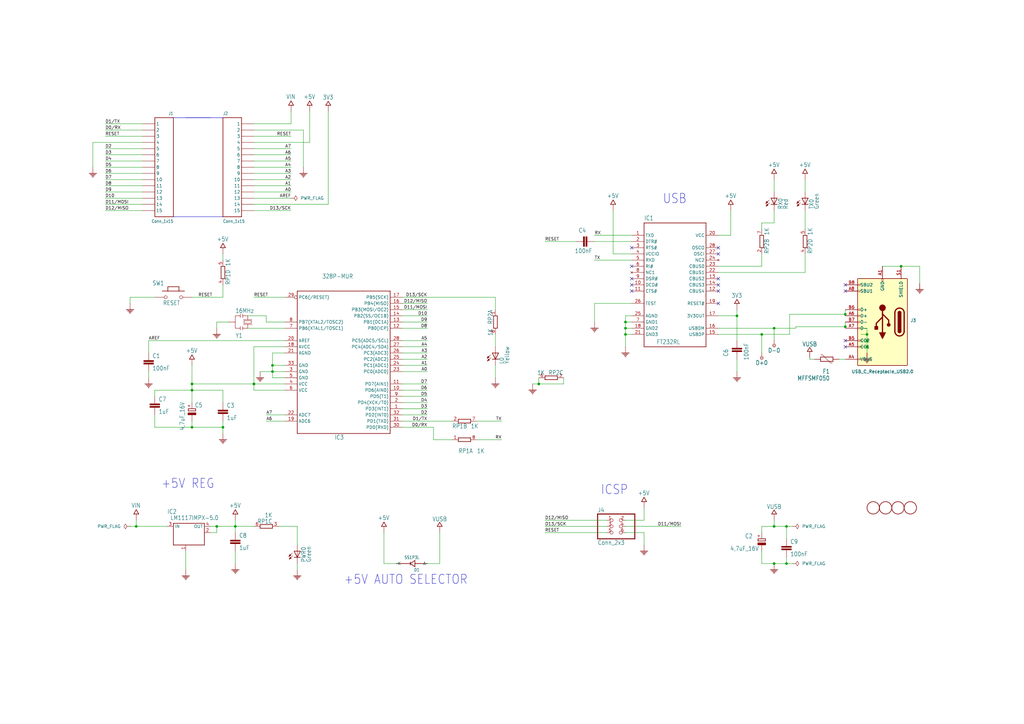
<source format=kicad_sch>
(kicad_sch (version 20220126) (generator eeschema)
  (paper "A3")
  (title_block (title "NanoV3.3") (date "2019/1/23 22:50") (company "Arturo Guadalupi"))
  (lib_symbols
    (symbol "Connector:USB_C_Receptacle_USB2.0" (pin_names (offset 1.016))
      (property "Reference" "J" (at -10.16 19.05 0))
      (property "Value" "USB_C_Receptacle_USB2.0" (at 19.05 19.05 0))
      (symbol "USB_C_Receptacle_USB2.0_1_1"
        (pin passive line (at 0 -22.86 90) (length 5.08) (name "GND") (number "A1"))
        (pin passive line (at 0 -22.86 90) (length 5.08) hide (name "GND") (number "A12"))
        (pin passive line (at 15.24 15.24 180) (length 5.08) (name "VBUS") (number "A4"))
        (pin bidirectional line (at 15.24 10.16 180) (length 5.08) (name "CC1") (number "A5"))
        (pin bidirectional line (at 15.24 -2.54 180) (length 5.08) (name "D+") (number "A6"))
        (pin bidirectional line (at 15.24 2.54 180) (length 5.08) (name "D-") (number "A7"))
        (pin bidirectional line (at 15.24 -12.7 180) (length 5.08) (name "SBU1") (number "A8"))
        (pin passive line (at 15.24 15.24 180) (length 5.08) hide (name "VBUS") (number "A9"))
        (pin passive line (at 0 -22.86 90) (length 5.08) hide (name "GND") (number "B1"))
        (pin passive line (at 0 -22.86 90) (length 5.08) hide (name "GND") (number "B12"))
        (pin passive line (at 15.24 15.24 180) (length 5.08) hide (name "VBUS") (number "B4"))
        (pin bidirectional line (at 15.24 7.62 180) (length 5.08) (name "CC2") (number "B5"))
        (pin bidirectional line (at 15.24 -5.08 180) (length 5.08) (name "D+") (number "B6"))
        (pin bidirectional line (at 15.24 0 180) (length 5.08) (name "D-") (number "B7"))
        (pin bidirectional line (at 15.24 -15.24 180) (length 5.08) (name "SBU2") (number "B8"))
        (pin passive line (at 15.24 15.24 180) (length 5.08) hide (name "VBUS") (number "B9"))
        (pin passive line (at -7.62 -22.86 90) (length 5.08) (name "SHIELD") (number "S1"))
      )
    )
    (symbol "Fiducial_1"
      (symbol "Fiducial_1_1_1"
        (pin no_connect line (at 0 0 180) (length 0) hide (name "") (number "1"))
      )
    )
    (symbol "Fiducial_2"
      (symbol "Fiducial_2_1_1"
        (pin no_connect line (at 0 0 180) (length 0) hide (name "") (number "1"))
      )
    )
    (symbol "Fiducial_3"
      (symbol "Fiducial_3_1_1"
        (pin no_connect line (at 0 0 180) (length 0) hide (name "") (number "1"))
      )
    )
    (symbol "NanoV3.3:+5V" (power)
      (property "Value" "+5V" (at -2.54 2.54 0))
      (symbol "+5V_1_0"
        (pin power_in line (at 0 -2.54 90) (length 2.54) (name "+5V") (number "1"))
      )
    )
    (symbol "NanoV3.3:3V3" (power)
      (property "Value" "3V3" (at -2.286 2.286 0))
      (symbol "3V3_1_0"
        (pin power_in line (at 0 -2.54 90) (length 2.54) (name "3V3") (number "1"))
      )
    )
    (symbol "NanoV3.3:ATmega328P-VQFN"
      (property "Reference" "IC" (at -17.78 -40.64 0))
      (property "Value" "ATmega328P-VQFN" (at -5.08 30.48 0))
      (symbol "ATmega328P-VQFN_1_0"
        (pin bidirectional line (at 25.4 -20.32 180) (length 5.08) (name "PD3(INT1)") (number "1"))
        (pin bidirectional line (at 25.4 -12.7 180) (length 5.08) (name "PD6(AIN0)") (number "10"))
        (pin bidirectional line (at 25.4 -10.16 180) (length 5.08) (name "PD7(AIN1)") (number "11"))
        (pin bidirectional line (at 25.4 12.7 180) (length 5.08) (name "PB0(ICP)") (number "12"))
        (pin bidirectional line (at 25.4 15.24 180) (length 5.08) (name "PB1(OC1A)") (number "13"))
        (pin bidirectional line (at 25.4 17.78 180) (length 5.08) (name "PB2(SS/OC1B)") (number "14"))
        (pin bidirectional line (at 25.4 20.32 180) (length 5.08) (name "PB3(MOSI/OC2)") (number "15"))
        (pin bidirectional line (at 25.4 22.86 180) (length 5.08) (name "PB4(MISO)") (number "16"))
        (pin bidirectional line (at 25.4 25.4 180) (length 5.08) (name "PB5(SCK)") (number "17"))
        (pin power_in line (at -22.86 5.08 0) (length 5.08) (name "AVCC") (number "18"))
        (pin bidirectional line (at -22.86 -25.4 0) (length 5.08) (name "ADC6") (number "19"))
        (pin bidirectional line (at 25.4 -17.78 180) (length 5.08) (name "PD4(XCK/T0)") (number "2"))
        (pin power_in line (at -22.86 7.62 0) (length 5.08) (name "AREF") (number "20"))
        (pin power_in line (at -22.86 2.54 0) (length 5.08) (name "AGND") (number "21"))
        (pin bidirectional line (at -22.86 -22.86 0) (length 5.08) (name "ADC7") (number "22"))
        (pin bidirectional line (at 25.4 -5.08 180) (length 5.08) (name "PC0(ADC0)") (number "23"))
        (pin bidirectional line (at 25.4 -2.54 180) (length 5.08) (name "PC1(ADC1)") (number "24"))
        (pin bidirectional line (at 25.4 0 180) (length 5.08) (name "PC2(ADC2)") (number "25"))
        (pin bidirectional line (at 25.4 2.54 180) (length 5.08) (name "PC3(ADC3)") (number "26"))
        (pin bidirectional line (at 25.4 5.08 180) (length 5.08) (name "PC4(ADC4/SDA)") (number "27"))
        (pin bidirectional line (at 25.4 7.62 180) (length 5.08) (name "PC5(ADC5/SCL)") (number "28"))
        (pin bidirectional inverted (at -22.86 25.4 0) (length 5.08) (name "PC6(/RESET)") (number "29"))
        (pin power_in line (at -22.86 -5.08 0) (length 5.08) (name "GND") (number "3"))
        (pin bidirectional line (at 25.4 -27.94 180) (length 5.08) (name "PD0(RXD)") (number "30"))
        (pin bidirectional line (at 25.4 -25.4 180) (length 5.08) (name "PD1(TXD)") (number "31"))
        (pin bidirectional line (at 25.4 -22.86 180) (length 5.08) (name "PD2(INT0)") (number "32"))
        (pin power_in line (at -22.86 -2.54 0) (length 5.08) (name "GND") (number "33"))
        (pin power_in line (at -22.86 -10.16 0) (length 5.08) (name "VCC") (number "4"))
        (pin power_in line (at -22.86 -7.62 0) (length 5.08) (name "GND") (number "5"))
        (pin power_in line (at -22.86 -12.7 0) (length 5.08) (name "VCC") (number "6"))
        (pin bidirectional line (at -22.86 12.7 0) (length 5.08) (name "PB6(XTAL1/TOSC1)") (number "7"))
        (pin bidirectional line (at -22.86 15.24 0) (length 5.08) (name "PB7(XTAL2/TOSC2)") (number "8"))
        (pin bidirectional line (at 25.4 -15.24 180) (length 5.08) (name "PD5(T1)") (number "9"))
      )
    )
    (symbol "NanoV3.3:Button"
      (property "Reference" "SW" (at -8.636 4.826 0))
      (property "Value" "Button" (at -4.318 -3.302 0))
      (symbol "Button_1_0"
        (pin passive inverted (at -7.62 0 0) (length 5.08) (name "1") (number "1"))
        (pin passive inverted (at 7.62 0 180) (length 5.08) (name "2") (number "2"))
      )
    )
    (symbol "NanoV3.3:C"
      (property "Reference" "C" (at 1.524 0.381 0))
      (property "Value" "C" (at 1.524 -4.699 0))
      (symbol "C_1_0"
        (pin passive line (at 0 2.54 270) (length 2.54) (name "1") (number "1"))
        (pin passive line (at 0 -5.08 90) (length 2.54) (name "2") (number "2"))
      )
    )
    (symbol "NanoV3.3:COM" (power)
      (symbol "COM_1_0"
        (pin power_in line (at 0 2.54 270) (length 2.54) (name "COM") (number "1"))
      )
    )
    (symbol "NanoV3.3:C_Polarized"
      (property "Reference" "C" (at 1.143 0.4826 0))
      (property "Value" "C_Polarized" (at 1.143 -4.5974 0))
      (symbol "C_Polarized_1_0"
        (text "+" (at -0.5842 0.4064 900) (effects (font (size 1.27 1.0795)) (justify left bottom)))
        (pin passive line (at 0 2.54 270) (length 2.54) (name "+") (number "1"))
        (pin passive line (at 0 -5.08 90) (length 2.54) (name "-") (number "2"))
      )
    )
    (symbol "NanoV3.3:Conn_1x15"
      (property "Reference" "J" (at -2.54 21.336 0))
      (property "Value" "Conn_1x15" (at -2.54 -22.86 0))
      (symbol "Conn_1x15_1_0"
        (pin passive line (at 10.16 17.78 180) (length 5.08) (name "1") (number "1"))
        (pin passive line (at 10.16 -5.08 180) (length 5.08) (name "10") (number "10"))
        (pin passive line (at 10.16 -7.62 180) (length 5.08) (name "11") (number "11"))
        (pin passive line (at 10.16 -10.16 180) (length 5.08) (name "12") (number "12"))
        (pin passive line (at 10.16 -12.7 180) (length 5.08) (name "13") (number "13"))
        (pin passive line (at 10.16 -15.24 180) (length 5.08) (name "14") (number "14"))
        (pin passive line (at 10.16 -17.78 180) (length 5.08) (name "15") (number "15"))
        (pin passive line (at 10.16 15.24 180) (length 5.08) (name "2") (number "2"))
        (pin passive line (at 10.16 12.7 180) (length 5.08) (name "3") (number "3"))
        (pin passive line (at 10.16 10.16 180) (length 5.08) (name "4") (number "4"))
        (pin passive line (at 10.16 7.62 180) (length 5.08) (name "5") (number "5"))
        (pin passive line (at 10.16 5.08 180) (length 5.08) (name "6") (number "6"))
        (pin passive line (at 10.16 2.54 180) (length 5.08) (name "7") (number "7"))
        (pin passive line (at 10.16 0 180) (length 5.08) (name "8") (number "8"))
        (pin passive line (at 10.16 -2.54 180) (length 5.08) (name "9") (number "9"))
      )
    )
    (symbol "NanoV3.3:Conn_2x3"
      (property "Reference" "J" (at -6.35 5.715 0))
      (property "Value" "Conn_2x3" (at -6.35 -7.62 0))
      (symbol "Conn_2x3_1_0"
        (pin passive inverted (at -2.54 2.54 0) (length 2.54) (name "1") (number "1"))
        (pin passive inverted (at 5.08 2.54 180) (length 2.54) (name "2") (number "2"))
        (pin passive inverted (at -2.54 0 0) (length 2.54) (name "3") (number "3"))
        (pin passive inverted (at 5.08 0 180) (length 2.54) (name "4") (number "4"))
        (pin passive inverted (at -2.54 -2.54 0) (length 2.54) (name "5") (number "5"))
        (pin passive inverted (at 5.08 -2.54 180) (length 2.54) (name "6") (number "6"))
      )
    )
    (symbol "NanoV3.3:D"
      (property "Reference" "D" (at -1.905 1.905 0))
      (property "Value" "D" (at -1.905 -3.175 0))
      (symbol "D_1_0"
        (pin passive line (at 7.62 0 180) (length 0) (name "K") (number "1"))
        (pin passive line (at -5.08 0 0) (length 0) (name "A") (number "2"))
      )
    )
    (symbol "NanoV3.3:FT232R"
      (property "Reference" "IC" (at -12.7 26.416 0))
      (property "Value" "FT232R" (at -7.62 -24.384 0))
      (symbol "FT232R_1_0"
        (pin output line (at -17.78 20.32 0) (length 5.08) (name "TXD") (number "1"))
        (pin bidirectional line (at -17.78 0 0) (length 5.08) (name "DCD#") (number "10"))
        (pin bidirectional line (at -17.78 -2.54 0) (length 5.08) (name "CTS#") (number "11"))
        (pin bidirectional line (at 17.78 -2.54 180) (length 5.08) (name "CBUS4") (number "12"))
        (pin bidirectional line (at 17.78 2.54 180) (length 5.08) (name "CBUS2") (number "13"))
        (pin bidirectional line (at 17.78 0 180) (length 5.08) (name "CBUS3") (number "14"))
        (pin bidirectional line (at 17.78 -20.32 180) (length 5.08) (name "USBDP") (number "15"))
        (pin bidirectional line (at 17.78 -17.78 180) (length 5.08) (name "USBDM") (number "16"))
        (pin power_out line (at 17.78 -12.7 180) (length 5.08) (name "3V3OUT") (number "17"))
        (pin power_in line (at -17.78 -17.78 0) (length 5.08) (name "GND2") (number "18"))
        (pin bidirectional line (at 17.78 -7.62 180) (length 5.08) (name "RESET#") (number "19"))
        (pin output line (at -17.78 17.78 0) (length 5.08) (name "DTR#") (number "2"))
        (pin power_in line (at 17.78 20.32 180) (length 5.08) (name "VCC") (number "20"))
        (pin power_in line (at -17.78 -20.32 0) (length 5.08) (name "GND3") (number "21"))
        (pin bidirectional line (at 17.78 5.08 180) (length 5.08) (name "CBUS1") (number "22"))
        (pin bidirectional line (at 17.78 7.62 180) (length 5.08) (name "CBUS0") (number "23"))
        (pin no_connect line (at 17.78 10.16 180) (length 5.08) (name "NC2") (number "24"))
        (pin power_in line (at -17.78 -12.7 0) (length 5.08) (name "AGND") (number "25"))
        (pin input line (at -17.78 -7.62 0) (length 5.08) (name "TEST") (number "26"))
        (pin bidirectional line (at 17.78 12.7 180) (length 5.08) (name "OSCI") (number "27"))
        (pin output line (at 17.78 15.24 180) (length 5.08) (name "OSCO") (number "28"))
        (pin output line (at -17.78 15.24 0) (length 5.08) (name "RTS#") (number "3"))
        (pin power_in line (at -17.78 12.7 0) (length 5.08) (name "VCCIO") (number "4"))
        (pin input line (at -17.78 10.16 0) (length 5.08) (name "RXD") (number "5"))
        (pin bidirectional line (at -17.78 7.62 0) (length 5.08) (name "RI#") (number "6"))
        (pin power_in line (at -17.78 -15.24 0) (length 5.08) (name "GND1") (number "7"))
        (pin no_connect line (at -17.78 5.08 0) (length 5.08) (name "NC1") (number "8"))
        (pin bidirectional line (at -17.78 2.54 0) (length 5.08) (name "DSR#") (number "9"))
      )
    )
    (symbol "NanoV3.3:Fiducial"
      (symbol "Fiducial_1_1"
        (pin no_connect line (at 0 0 180) (length 0) hide (name "") (number "1"))
      )
    )
    (symbol "NanoV3.3:LED"
      (property "Reference" "LED" (at 3.556 -4.572 90))
      (property "Value" "LED" (at 5.715 -4.572 90))
      (symbol "LED_1_0"
        (pin passive line (at 0 2.54 270) (length 2.54) (name "") (number "1"))
        (pin passive line (at 0 -5.08 90) (length 2.54) (name "") (number "2"))
      )
    )
    (symbol "NanoV3.3:LM1117"
      (property "Reference" "IC" (at -5.08 7.62 0))
      (property "Value" "LM1117" (at 3.81 -5.08 0))
      (symbol "LM1117_1_0"
        (pin input line (at 0 -5.08 90) (length 2.54) (name "GND/ADJ") (number "1"))
        (pin passive line (at 10.16 2.54 180) (length 2.54) (name "") (number "2"))
        (pin power_in line (at -7.62 5.08 0) (length 2.54) (name "IN") (number "3"))
        (pin power_out line (at 10.16 5.08 180) (length 2.54) (name "OUT") (number "4"))
      )
    )
    (symbol "NanoV3.3:Polyfuse"
      (property "Reference" "F" (at 2.54 0.2286 0))
      (property "Value" "Polyfuse" (at 2.54 -1.905 0))
      (symbol "Polyfuse_1_0"
        (pin passive line (at 0 -5.08 90) (length 2.54) (name "1") (number "1"))
        (pin passive line (at 0 5.08 270) (length 2.54) (name "2") (number "2"))
      )
    )
    (symbol "NanoV3.3:R_Pack4_Split"
      (property "Reference" "RP" (at -5.08 -3.048 0))
      (property "Value" "R_Pack4_Split" (at 2.54 -3.048 0))
      (symbol "R_Pack4_Split_1_0"
        (pin passive line (at -5.08 0 0) (length 2.54) (name "1") (number "1"))
        (pin passive line (at 5.08 0 180) (length 2.54) (name "2") (number "8"))
      )
      (symbol "R_Pack4_Split_2_0"
        (pin passive line (at -5.08 0 0) (length 2.54) (name "1") (number "2"))
        (pin passive line (at 5.08 0 180) (length 2.54) (name "2") (number "7"))
      )
      (symbol "R_Pack4_Split_3_0"
        (pin passive line (at -5.08 0 0) (length 2.54) (name "1") (number "3"))
        (pin passive line (at 5.08 0 180) (length 2.54) (name "2") (number "6"))
      )
      (symbol "R_Pack4_Split_4_0"
        (pin passive line (at -5.08 0 0) (length 2.54) (name "1") (number "4"))
        (pin passive line (at 5.08 0 180) (length 2.54) (name "2") (number "5"))
      )
    )
    (symbol "NanoV3.3:Resonator"
      (property "Reference" "Y" (at -5.08 4.572 0))
      (property "Value" "Resonator" (at -5.08 -5.588 0))
      (symbol "Resonator_1_0"
        (pin passive line (at 0 2.54 180) (length 0) (name "1") (number "1"))
        (pin passive line (at -7.62 0 0) (length 0) (name "2") (number "2"))
        (pin passive line (at 0 -2.54 180) (length 0) (name "3") (number "3"))
      )
    )
    (symbol "NanoV3.3:TestPoint"
      (property "Reference" "TP" (at 0 0.508 0))
      (symbol "TestPoint_1_0"
        (pin passive line (at 0 -2.54 90) (length 0) (name "P$1") (number "X"))
      )
    )
    (symbol "NanoV3.3:VIN" (power)
      (property "Value" "VIN" (at -2.032 2.54 0))
      (symbol "VIN_1_0"
        (pin power_in line (at 0 -2.54 90) (length 2.54) (name "VIN") (number "1"))
      )
    )
    (symbol "NanoV3.3:VUSB" (power)
      (property "Value" "VUSB" (at -3.048 2.032 0))
      (symbol "VUSB_1_0"
        (pin power_in line (at 0 -2.54 90) (length 2.54) (name "VUSB") (number "1"))
      )
    )
    (symbol "power:PWR_FLAG" (power) (pin_numbers hide) (pin_names (offset 0) hide)
      (property "Value" "PWR_FLAG" (at 0 3.81 0))
      (symbol "PWR_FLAG_0_0"
        (pin power_out line (at 0 0 90) (length 0) (name "pwr") (number "1"))
      )
    )
  )
  (junction (at 256.54 132.08))
  (junction (at 111.76 149.86))
  (junction (at 111.76 152.4))
  (junction (at 78.74 160.02))
  (junction (at 317.5 215.9))
  (junction (at 355.6 139.7))
  (junction (at 91.44 175.26))
  (junction (at 322.58 215.9))
  (junction (at 78.74 175.26))
  (junction (at 317.5 231.14))
  (junction (at 256.54 134.62))
  (junction (at 96.52 215.9))
  (junction (at 369.57 109.22))
  (junction (at 88.9 215.9))
  (junction (at 302.26 129.54))
  (junction (at 346.71 133.985))
  (junction (at 312.42 137.16))
  (junction (at 104.14 157.48))
  (junction (at 346.71 128.905))
  (junction (at 317.5 134.62))
  (junction (at 220.98 157.48))
  (junction (at 256.54 137.16))
  (junction (at 78.74 157.48))
  (junction (at 322.58 231.14))
  (junction (at 355.6 137.16))
  (junction (at 355.6 142.24))
  (junction (at 55.88 215.9))
  (no_connect (at 259.08 119.38))
  (no_connect (at 259.08 116.84))
  (no_connect (at 259.08 114.3))
  (no_connect (at 294.64 124.46))
  (no_connect (at 294.64 116.84))
  (no_connect (at 294.64 101.6))
  (no_connect (at 294.64 114.3))
  (no_connect (at 294.64 104.14))
  (no_connect (at 294.64 119.38))
  (no_connect (at 259.08 101.6))
  (no_connect (at 259.08 109.22))
  (no_connect (at 346.71 116.84))
  (no_connect (at 346.71 119.38))
  (no_connect (at 346.71 139.7))
  (no_connect (at 346.71 142.24))
  (wire (pts (xy 78.74 165.1) (xy 78.74 160.02)))
  (wire (pts (xy 121.92 233.68) (xy 121.92 231.14)))
  (wire (pts (xy 55.88 215.9) (xy 68.58 215.9)))
  (wire (pts (xy 312.42 231.14) (xy 317.5 231.14)))
  (wire (pts (xy 116.84 144.78) (xy 111.76 144.78)))
  (wire (pts (xy 256.54 129.54) (xy 256.54 132.08)))
  (wire (pts (xy 43.18 63.5) (xy 58.42 63.5)))
  (wire (pts (xy 330.2 93.98) (xy 330.2 86.36)))
  (wire (pts (xy 353.06 137.16) (xy 355.6 137.16)))
  (wire (pts (xy 104.14 86.36) (xy 119.38 86.36)))
  (wire (pts (xy 317.5 139.7) (xy 317.5 134.62)))
  (wire (pts (xy 104.14 50.8) (xy 119.38 50.8)))
  (wire (pts (xy 91.44 106.68) (xy 91.44 104.14)))
  (wire (pts (xy 177.8 180.34) (xy 185.42 180.34)))
  (wire (pts (xy 124.46 53.34) (xy 124.46 68.58)))
  (wire (pts (xy 78.74 160.02) (xy 78.74 157.48)))
  (wire (pts (xy 116.84 172.72) (xy 109.22 172.72)))
  (wire (pts (xy 165.1 132.08) (xy 175.26 132.08)))
  (wire (pts (xy 58.42 73.66) (xy 43.18 73.66)))
  (wire (pts (xy 104.14 71.12) (xy 119.38 71.12)))
  (wire (pts (xy 165.1 160.02) (xy 175.26 160.02)))
  (wire (pts (xy 346.71 127) (xy 346.71 128.905)))
  (wire (pts (xy 330.2 78.74) (xy 330.2 73.66)))
  (wire (pts (xy 78.74 157.48) (xy 78.74 149.86)))
  (wire (pts (xy 63.5 160.02) (xy 63.5 162.56)))
  (wire (pts (xy 116.84 157.48) (xy 104.14 157.48)))
  (wire (pts (xy 259.08 137.16) (xy 256.54 137.16)))
  (wire (pts (xy 109.22 129.54) (xy 101.6 129.54)))
  (wire (pts (xy 43.18 50.8) (xy 58.42 50.8)))
  (wire (pts (xy 312.42 144.78) (xy 312.42 137.16)))
  (wire (pts (xy 104.14 60.96) (xy 119.38 60.96)))
  (wire (pts (xy 165.1 142.24) (xy 175.26 142.24)))
  (wire (pts (xy 111.76 149.86) (xy 116.84 149.86)))
  (wire (pts (xy 96.52 218.44) (xy 96.52 215.9)))
  (wire (pts (xy 119.38 73.66) (xy 104.14 73.66)))
  (wire (pts (xy 355.6 139.7) (xy 355.6 142.24)))
  (wire (pts (xy 165.1 129.54) (xy 175.26 129.54)))
  (wire (pts (xy 104.14 81.28) (xy 119.38 81.28)))
  (wire (pts (xy 302.26 139.7) (xy 302.26 129.54)))
  (wire (pts (xy 104.14 142.24) (xy 104.14 157.48)))
  (wire (pts (xy 104.14 157.48) (xy 78.74 157.48)))
  (wire (pts (xy 165.1 152.4) (xy 175.26 152.4)))
  (polyline (pts (xy 76.2 48.26) (xy 86.36 48.26)))
  (polyline (pts (xy 86.36 48.26) (xy 76.2 48.26)))
  (wire (pts (xy 317.5 215.9) (xy 322.58 215.9)))
  (wire (pts (xy 369.57 109.22) (xy 377.19 109.22)))
  (wire (pts (xy 251.46 104.14) (xy 251.46 86.36)))
  (wire (pts (xy 116.84 160.02) (xy 104.14 160.02)))
  (wire (pts (xy 53.34 121.92) (xy 53.34 124.46)))
  (wire (pts (xy 111.76 149.86) (xy 111.76 152.4)))
  (wire (pts (xy 116.84 121.92) (xy 104.14 121.92)))
  (wire (pts (xy 104.14 55.88) (xy 119.38 55.88)))
  (wire (pts (xy 55.88 213.36) (xy 55.88 215.9)))
  (wire (pts (xy 256.54 134.62) (xy 256.54 137.16)))
  (wire (pts (xy 165.1 149.86) (xy 175.26 149.86)))
  (wire (pts (xy 60.96 139.7) (xy 60.96 144.78)))
  (wire (pts (xy 127 58.42) (xy 127 45.72)))
  (wire (pts (xy 203.2 137.16) (xy 203.2 142.24)))
  (wire (pts (xy 203.2 127) (xy 203.2 121.92)))
  (wire (pts (xy 43.18 76.2) (xy 58.42 76.2)))
  (wire (pts (xy 91.44 175.26) (xy 91.44 177.8)))
  (wire (pts (xy 93.98 132.08) (xy 88.9 132.08)))
  (wire (pts (xy 344.17 147.32) (xy 346.71 147.32)))
  (wire (pts (xy 116.84 170.18) (xy 109.22 170.18)))
  (wire (pts (xy 294.64 111.76) (xy 330.2 111.76)))
  (wire (pts (xy 312.42 218.44) (xy 312.42 215.9)))
  (wire (pts (xy 294.64 137.16) (xy 312.42 137.16)))
  (wire (pts (xy 223.52 213.36) (xy 248.92 213.36)))
  (wire (pts (xy 111.76 152.4) (xy 116.84 152.4)))
  (wire (pts (xy 157.48 231.14) (xy 157.48 218.44)))
  (wire (pts (xy 165.1 147.32) (xy 175.26 147.32)))
  (wire (pts (xy 264.16 218.44) (xy 264.16 223.52)))
  (wire (pts (xy 317.5 134.62) (xy 326.39 134.62)))
  (wire (pts (xy 312.42 91.44) (xy 317.5 91.44)))
  (wire (pts (xy 165.1 127) (xy 175.26 127)))
  (wire (pts (xy 259.08 129.54) (xy 256.54 129.54)))
  (wire (pts (xy 243.84 124.46) (xy 243.84 132.08)))
  (wire (pts (xy 91.44 172.72) (xy 91.44 175.26)))
  (wire (pts (xy 218.44 157.48) (xy 220.98 157.48)))
  (wire (pts (xy 180.34 231.14) (xy 175.26 231.14)))
  (wire (pts (xy 116.84 142.24) (xy 104.14 142.24)))
  (wire (pts (xy 111.76 154.94) (xy 111.76 152.4)))
  (wire (pts (xy 104.14 215.9) (xy 96.52 215.9)))
  (wire (pts (xy 43.18 68.58) (xy 58.42 68.58)))
  (wire (pts (xy 165.1 170.18) (xy 175.26 170.18)))
  (wire (pts (xy 165.1 162.56) (xy 175.26 162.56)))
  (wire (pts (xy 353.06 142.24) (xy 355.6 142.24)))
  (wire (pts (xy 76.2 233.68) (xy 76.2 226.06)))
  (wire (pts (xy 43.18 66.04) (xy 58.42 66.04)))
  (wire (pts (xy 43.18 60.96) (xy 58.42 60.96)))
  (wire (pts (xy 91.44 165.1) (xy 91.44 160.02)))
  (wire (pts (xy 332.105 146.685) (xy 332.105 147.32)))
  (wire (pts (xy 53.34 215.9) (xy 55.88 215.9)))
  (wire (pts (xy 355.6 134.62) (xy 355.6 137.16)))
  (wire (pts (xy 157.48 231.14) (xy 162.56 231.14)))
  (wire (pts (xy 317.5 78.74) (xy 317.5 73.66)))
  (polyline (pts (xy 71.12 48.26) (xy 76.2 48.26)))
  (wire (pts (xy 43.18 81.28) (xy 58.42 81.28)))
  (wire (pts (xy 259.08 124.46) (xy 243.84 124.46)))
  (wire (pts (xy 104.14 66.04) (xy 119.38 66.04)))
  (wire (pts (xy 96.52 215.9) (xy 96.52 213.36)))
  (wire (pts (xy 332.105 147.32) (xy 334.01 147.32)))
  (wire (pts (xy 119.38 50.8) (xy 119.38 45.72)))
  (wire (pts (xy 220.98 157.48) (xy 231.14 157.48)))
  (wire (pts (xy 346.71 128.905) (xy 323.85 128.905)))
  (wire (pts (xy 86.36 218.44) (xy 88.9 218.44)))
  (wire (pts (xy 346.71 128.905) (xy 346.71 129.54)))
  (wire (pts (xy 377.19 109.22) (xy 377.19 116.205)))
  (wire (pts (xy 259.08 104.14) (xy 251.46 104.14)))
  (wire (pts (xy 355.6 142.24) (xy 355.6 144.78)))
  (wire (pts (xy 165.1 175.26) (xy 177.8 175.26)))
  (wire (pts (xy 43.18 71.12) (xy 58.42 71.12)))
  (wire (pts (xy 256.54 218.44) (xy 264.16 218.44)))
  (wire (pts (xy 78.74 160.02) (xy 63.5 160.02)))
  (wire (pts (xy 322.58 231.14) (xy 317.5 231.14)))
  (wire (pts (xy 323.85 128.905) (xy 323.85 137.16)))
  (wire (pts (xy 165.1 121.92) (xy 203.2 121.92)))
  (wire (pts (xy 322.58 228.6) (xy 322.58 231.14)))
  (wire (pts (xy 243.84 96.52) (xy 259.08 96.52)))
  (wire (pts (xy 259.08 132.08) (xy 256.54 132.08)))
  (wire (pts (xy 294.64 109.22) (xy 312.42 109.22)))
  (wire (pts (xy 243.84 106.68) (xy 259.08 106.68)))
  (wire (pts (xy 91.44 160.02) (xy 78.74 160.02)))
  (wire (pts (xy 38.1 58.42) (xy 38.1 68.58)))
  (wire (pts (xy 104.14 78.74) (xy 119.38 78.74)))
  (wire (pts (xy 256.54 213.36) (xy 264.16 213.36)))
  (wire (pts (xy 317.5 213.36) (xy 317.5 215.9)))
  (wire (pts (xy 312.42 93.98) (xy 312.42 91.44)))
  (wire (pts (xy 78.74 121.92) (xy 91.44 121.92)))
  (wire (pts (xy 203.2 149.86) (xy 203.2 154.94)))
  (wire (pts (xy 165.1 165.1) (xy 175.26 165.1)))
  (wire (pts (xy 355.6 137.16) (xy 355.6 139.7)))
  (wire (pts (xy 111.76 152.4) (xy 106.68 152.4)))
  (wire (pts (xy 104.14 53.34) (xy 124.46 53.34)))
  (wire (pts (xy 43.18 55.88) (xy 58.42 55.88)))
  (wire (pts (xy 165.1 144.78) (xy 175.26 144.78)))
  (wire (pts (xy 312.42 226.06) (xy 312.42 231.14)))
  (wire (pts (xy 312.42 215.9) (xy 317.5 215.9)))
  (wire (pts (xy 330.2 111.76) (xy 330.2 104.14)))
  (wire (pts (xy 165.1 124.46) (xy 175.26 124.46)))
  (wire (pts (xy 279.4 215.9) (xy 256.54 215.9)))
  (wire (pts (xy 361.95 109.22) (xy 369.57 109.22)))
  (wire (pts (xy 63.5 121.92) (xy 53.34 121.92)))
  (wire (pts (xy 114.3 215.9) (xy 121.92 215.9)))
  (wire (pts (xy 312.42 104.14) (xy 312.42 109.22)))
  (wire (pts (xy 43.18 86.36) (xy 58.42 86.36)))
  (wire (pts (xy 88.9 215.9) (xy 86.36 215.9)))
  (wire (pts (xy 109.22 132.08) (xy 109.22 129.54)))
  (wire (pts (xy 111.76 144.78) (xy 111.76 149.86)))
  (wire (pts (xy 165.1 134.62) (xy 175.26 134.62)))
  (wire (pts (xy 63.5 175.26) (xy 63.5 170.18)))
  (wire (pts (xy 165.1 167.64) (xy 175.26 167.64)))
  (wire (pts (xy 259.08 134.62) (xy 256.54 134.62)))
  (wire (pts (xy 88.9 215.9) (xy 96.52 215.9)))
  (wire (pts (xy 294.64 96.52) (xy 299.72 96.52)))
  (wire (pts (xy 346.71 133.985) (xy 346.71 134.62)))
  (wire (pts (xy 256.54 137.16) (xy 256.54 142.24)))
  (wire (pts (xy 104.14 68.58) (xy 119.38 68.58)))
  (wire (pts (xy 116.84 154.94) (xy 111.76 154.94)))
  (wire (pts (xy 195.58 172.72) (xy 205.74 172.72)))
  (wire (pts (xy 312.42 137.16) (xy 323.85 137.16)))
  (wire (pts (xy 299.72 96.52) (xy 299.72 86.36)))
  (wire (pts (xy 223.52 215.9) (xy 248.92 215.9)))
  (wire (pts (xy 180.34 218.44) (xy 180.34 231.14)))
  (wire (pts (xy 294.64 134.62) (xy 317.5 134.62)))
  (wire (pts (xy 38.1 58.42) (xy 58.42 58.42)))
  (wire (pts (xy 78.74 175.26) (xy 91.44 175.26)))
  (wire (pts (xy 177.8 175.26) (xy 177.8 180.34)))
  (wire (pts (xy 43.18 78.74) (xy 58.42 78.74)))
  (wire (pts (xy 346.71 132.08) (xy 346.71 133.985)))
  (wire (pts (xy 104.14 58.42) (xy 127 58.42)))
  (wire (pts (xy 78.74 172.72) (xy 78.74 175.26)))
  (wire (pts (xy 165.1 157.48) (xy 175.26 157.48)))
  (wire (pts (xy 43.18 53.34) (xy 58.42 53.34)))
  (wire (pts (xy 302.26 129.54) (xy 302.26 127)))
  (wire (pts (xy 220.98 154.94) (xy 220.98 157.48)))
  (wire (pts (xy 322.58 215.9) (xy 325.12 215.9)))
  (wire (pts (xy 256.54 132.08) (xy 256.54 134.62)))
  (wire (pts (xy 346.71 133.985) (xy 326.39 133.985)))
  (wire (pts (xy 43.18 83.82) (xy 58.42 83.82)))
  (wire (pts (xy 223.52 99.06) (xy 236.22 99.06)))
  (wire (pts (xy 243.84 99.06) (xy 259.08 99.06)))
  (wire (pts (xy 326.39 133.985) (xy 326.39 134.62)))
  (wire (pts (xy 302.26 147.32) (xy 302.26 152.4)))
  (wire (pts (xy 96.52 231.14) (xy 96.52 226.06)))
  (wire (pts (xy 322.58 231.14) (xy 325.12 231.14)))
  (wire (pts (xy 104.14 76.2) (xy 119.38 76.2)))
  (wire (pts (xy 104.14 160.02) (xy 104.14 157.48)))
  (wire (pts (xy 223.52 218.44) (xy 248.92 218.44)))
  (wire (pts (xy 104.14 83.82) (xy 134.62 83.82)))
  (wire (pts (xy 231.14 157.48) (xy 231.14 154.94)))
  (wire (pts (xy 88.9 132.08) (xy 88.9 134.62)))
  (wire (pts (xy 165.1 139.7) (xy 175.26 139.7)))
  (polyline (pts (xy 86.36 48.26) (xy 91.44 48.26)))
  (wire (pts (xy 134.62 83.82) (xy 134.62 45.72)))
  (polyline (pts (xy 71.12 88.9) (xy 91.44 88.9)))
  (wire (pts (xy 116.84 132.08) (xy 109.22 132.08)))
  (wire (pts (xy 88.9 218.44) (xy 88.9 215.9)))
  (wire (pts (xy 195.58 180.34) (xy 205.74 180.34)))
  (wire (pts (xy 353.06 139.7) (xy 355.6 139.7)))
  (wire (pts (xy 353.06 134.62) (xy 355.6 134.62)))
  (wire (pts (xy 104.14 63.5) (xy 119.38 63.5)))
  (wire (pts (xy 294.64 129.54) (xy 302.26 129.54)))
  (wire (pts (xy 91.44 116.84) (xy 91.44 121.92)))
  (wire (pts (xy 165.1 172.72) (xy 185.42 172.72)))
  (wire (pts (xy 322.58 215.9) (xy 322.58 220.98)))
  (wire (pts (xy 116.84 139.7) (xy 60.96 139.7)))
  (wire (pts (xy 121.92 215.9) (xy 121.92 223.52)))
  (wire (pts (xy 78.74 175.26) (xy 63.5 175.26)))
  (wire (pts (xy 264.16 213.36) (xy 264.16 208.28)))
  (wire (pts (xy 60.96 152.4) (xy 60.96 154.94)))
  (wire (pts (xy 101.6 134.62) (xy 116.84 134.62)))
  (wire (pts (xy 317.5 91.44) (xy 317.5 86.36)))
  (text "+5V REG" (at 66.04 200.66 0) (effects (font (size 3.81 3.2385)) (justify left bottom)))
  (text "+5V AUTO SELECTOR" (at 140.97 240.03 0) (effects (font (size 3.81 3.2385)) (justify left bottom)))
  (text "ICSP" (at 246.38 203.2 0) (effects (font (size 3.81 3.2385)) (justify left bottom)))
  (text "USB" (at 271.78 83.82 0) (effects (font (size 3.81 3.2385)) (justify left bottom)))
  (label "D2" (at 175.26 170.18 0) (effects (font (size 1.2446 1.2446))))
  (label "D8" (at 43.18 76.2 0) (effects (font (size 1.2446 1.2446))))
  (label "D4" (at 175.26 165.1 0) (effects (font (size 1.2446 1.2446))))
  (label "RESET" (at 81.28 121.92 0) (effects (font (size 1.2446 1.2446))))
  (label "D1/TX" (at 43.18 50.8 0) (effects (font (size 1.2446 1.2446))))
  (label "A2" (at 175.26 147.32 0) (effects (font (size 1.2446 1.2446))))
  (label "RESET" (at 223.52 99.06 0) (effects (font (size 1.2446 1.2446))))
  (label "A5" (at 175.26 139.7 0) (effects (font (size 1.2446 1.2446))))
  (label "TX" (at 243.84 106.68 0) (effects (font (size 1.2446 1.2446))))
  (label "RESET" (at 223.52 218.44 0) (effects (font (size 1.2446 1.2446))))
  (label "A4" (at 119.38 68.58 0) (effects (font (size 1.2446 1.2446))))
  (label "D7" (at 175.26 157.48 0) (effects (font (size 1.2446 1.2446))))
  (label "D4" (at 43.18 66.04 0) (effects (font (size 1.2446 1.2446))))
  (label "RESET" (at 119.38 55.88 0) (effects (font (size 1.2446 1.2446))))
  (label "A1" (at 119.38 76.2 0) (effects (font (size 1.2446 1.2446))))
  (label "D5" (at 43.18 68.58 0) (effects (font (size 1.2446 1.2446))))
  (label "D11/MOSI" (at 279.4 215.9 0) (effects (font (size 1.2446 1.2446))))
  (label "D12/MISO" (at 223.52 213.36 0) (effects (font (size 1.2446 1.2446))))
  (label "A3" (at 119.38 71.12 0) (effects (font (size 1.2446 1.2446))))
  (label "RESET" (at 43.18 55.88 0) (effects (font (size 1.2446 1.2446))))
  (label "A6" (at 119.38 63.5 0) (effects (font (size 1.2446 1.2446))))
  (label "TX" (at 205.74 172.72 0) (effects (font (size 1.2446 1.2446))))
  (label "RESET" (at 104.14 121.92 0) (effects (font (size 1.2446 1.2446))))
  (label "A5" (at 119.38 66.04 0) (effects (font (size 1.2446 1.2446))))
  (label "D10" (at 43.18 81.28 0) (effects (font (size 1.2446 1.2446))))
  (label "D13/SCK" (at 175.26 121.92 0) (effects (font (size 1.2446 1.2446))))
  (label "RX" (at 243.84 96.52 0) (effects (font (size 1.2446 1.2446))))
  (label "A0" (at 119.38 78.74 0) (effects (font (size 1.2446 1.2446))))
  (label "D5" (at 175.26 162.56 0) (effects (font (size 1.2446 1.2446))))
  (label "D12/MISO" (at 43.18 86.36 0) (effects (font (size 1.2446 1.2446))))
  (label "D9" (at 43.18 78.74 0) (effects (font (size 1.2446 1.2446))))
  (label "D8" (at 175.26 134.62 0) (effects (font (size 1.2446 1.2446))))
  (label "D0/RX" (at 43.18 53.34 0) (effects (font (size 1.2446 1.2446))))
  (label "D3" (at 43.18 63.5 0) (effects (font (size 1.2446 1.2446))))
  (label "A6" (at 109.22 172.72 0) (effects (font (size 1.2446 1.2446))))
  (label "D6" (at 43.18 71.12 0) (effects (font (size 1.2446 1.2446))))
  (label "AREF" (at 119.38 81.28 0) (effects (font (size 1.2446 1.2446))))
  (label "D2" (at 43.18 60.96 0) (effects (font (size 1.2446 1.2446))))
  (label "D1/TX" (at 175.26 172.72 0) (effects (font (size 1.2446 1.2446))))
  (label "A4" (at 175.26 142.24 0) (effects (font (size 1.2446 1.2446))))
  (label "AREF" (at 60.96 139.7 0) (effects (font (size 1.2446 1.2446))))
  (label "A2" (at 119.38 73.66 0) (effects (font (size 1.2446 1.2446))))
  (label "D11/MOSI" (at 43.18 83.82 0) (effects (font (size 1.2446 1.2446))))
  (label "A3" (at 175.26 144.78 0) (effects (font (size 1.2446 1.2446))))
  (label "A0" (at 175.26 152.4 0) (effects (font (size 1.2446 1.2446))))
  (label "D3" (at 175.26 167.64 0) (effects (font (size 1.2446 1.2446))))
  (label "A1" (at 175.26 149.86 0) (effects (font (size 1.2446 1.2446))))
  (label "D7" (at 43.18 73.66 0) (effects (font (size 1.2446 1.2446))))
  (label "A7" (at 109.22 170.18 0) (effects (font (size 1.2446 1.2446))))
  (label "D13/SCK" (at 119.38 86.36 0) (effects (font (size 1.2446 1.2446))))
  (label "D9" (at 175.26 132.08 0) (effects (font (size 1.2446 1.2446))))
  (label "A7" (at 119.38 60.96 0) (effects (font (size 1.2446 1.2446))))
  (label "D10" (at 175.26 129.54 0) (effects (font (size 1.2446 1.2446))))
  (label "D11/MOSI" (at 175.26 127 0) (effects (font (size 1.2446 1.2446))))
  (label "D0/RX" (at 175.26 175.26 0) (effects (font (size 1.2446 1.2446))))
  (label "D13/SCK" (at 223.52 215.9 0) (effects (font (size 1.2446 1.2446))))
  (label "D6" (at 175.26 160.02 0) (effects (font (size 1.2446 1.2446))))
  (label "RX" (at 205.74 180.34 0) (effects (font (size 1.2446 1.2446))))
  (label "D12/MISO" (at 175.26 124.46 0) (effects (font (size 1.2446 1.2446))))
  (symbol (lib_id "NanoV3.3:Button") (at 71.12 121.92 0) (unit 1)
    (property "Reference" "SW1" (at 62.484 117.094 0) (effects (font (size 1.778 1.5113)) (justify left bottom)))
    (property "Value" "RESET" (at 66.802 125.222 0) (effects (font (size 1.778 1.5113)) (justify left bottom)))
    (property "Footprint" "NanoV3.3:SW_SPST_3.9x2.9mm" (effects hide))
  )
  (symbol (lib_id "NanoV3.3:R_Pack4_Split") (at 330.2 99.06 90) (unit 4)
    (property "Reference" "RP2" (at 333.248 104.14 0) (effects (font (size 1.778 1.5113)) (justify left bottom)))
    (property "Value" "1K" (at 333.248 96.52 0) (effects (font (size 1.778 1.5113)) (justify left bottom)))
    (property "Footprint" "NanoV3.3:R_CAY16-4" (effects hide))
  )
  (symbol (lib_name "Fiducial_3") (lib_id "NanoV3.3:Fiducial") (at 363.22 208.28 0) (unit 1)
    (property "Reference" "FD2" (effects hide))
    (property "Value" "DNP" (effects hide))
    (property "Footprint" "NanoV3.3:Fiducial_1mm_Mask1.5mm" (effects hide))
  )
  (symbol (lib_id "power:PWR_FLAG") (at 119.38 81.28 270) (unit 1)
    (property "Reference" "#FLG0103" (effects hide))
    (property "Value" "PWR_FLAG" (at 123.19 81.2799 90) (effects (justify left)))
  )
  (symbol (lib_id "NanoV3.3:COM") (at 60.96 157.48 0) (unit 1)
    (property "Reference" "#PWR04" (effects hide))
    (property "Value" "COM" (effects hide))
    (property "Footprint" "NanoV3.3:" (effects hide))
  )
  (symbol (lib_id "NanoV3.3:VUSB") (at 332.105 144.145 0) (unit 1)
    (property "Reference" "#U$01" (effects hide))
    (property "Value" "VUSB" (at 329.057 142.113 0) (effects (font (size 1.778 1.5113)) (justify left bottom)))
    (property "Footprint" "NanoV3.3:" (effects hide))
  )
  (symbol (lib_id "NanoV3.3:COM") (at 121.92 236.22 0) (unit 1)
    (property "Reference" "#PWR014" (effects hide))
    (property "Value" "COM" (effects hide))
    (property "Footprint" "NanoV3.3:" (effects hide))
  )
  (symbol (lib_id "NanoV3.3:+5V") (at 78.74 147.32 0) (unit 1)
    (property "Reference" "#PWR06" (effects hide))
    (property "Value" "+5V" (at 76.2 144.78 0) (effects (font (size 1.778 1.5113)) (justify left bottom)))
    (property "Footprint" "NanoV3.3:" (effects hide))
  )
  (symbol (lib_id "NanoV3.3:VIN") (at 55.88 210.82 0) (unit 1)
    (property "Reference" "#PWR03" (effects hide))
    (property "Value" "VIN" (at 53.848 208.28 0) (effects (font (size 1.778 1.5113)) (justify left bottom)))
    (property "Footprint" "NanoV3.3:" (effects hide))
  )
  (symbol (lib_id "NanoV3.3:+5V") (at 251.46 83.82 0) (unit 1)
    (property "Reference" "#PWR022" (effects hide))
    (property "Value" "+5V" (at 248.92 81.28 0) (effects (font (size 1.778 1.5113)) (justify left bottom)))
    (property "Footprint" "NanoV3.3:" (effects hide))
  )
  (symbol (lib_id "NanoV3.3:COM") (at 124.46 71.12 0) (unit 1)
    (property "Reference" "#PWR015" (effects hide))
    (property "Value" "COM" (effects hide))
    (property "Footprint" "NanoV3.3:" (effects hide))
  )
  (symbol (lib_id "NanoV3.3:COM") (at 317.5 233.68 0) (unit 1)
    (property "Reference" "#PWR030" (effects hide))
    (property "Value" "COM" (effects hide))
    (property "Footprint" "NanoV3.3:" (effects hide))
  )
  (symbol (lib_id "NanoV3.3:COM") (at 96.52 233.68 0) (unit 1)
    (property "Reference" "#PWR011" (effects hide))
    (property "Value" "COM" (effects hide))
    (property "Footprint" "NanoV3.3:" (effects hide))
  )
  (symbol (lib_id "NanoV3.3:+5V") (at 330.2 71.12 0) (unit 1)
    (property "Reference" "#PWR032" (effects hide))
    (property "Value" "+5V" (at 327.66 68.58 0) (effects (font (size 1.778 1.5113)) (justify left bottom)))
    (property "Footprint" "NanoV3.3:" (effects hide))
  )
  (symbol (lib_id "NanoV3.3:VUSB") (at 317.5 210.82 0) (unit 1)
    (property "Reference" "#U$023" (effects hide))
    (property "Value" "VUSB" (at 314.452 208.788 0) (effects (font (size 1.778 1.5113)) (justify left bottom)))
    (property "Footprint" "NanoV3.3:" (effects hide))
  )
  (symbol (lib_id "NanoV3.3:COM") (at 302.26 154.94 0) (unit 1)
    (property "Reference" "#PWR028" (effects hide))
    (property "Value" "COM" (effects hide))
    (property "Footprint" "NanoV3.3:" (effects hide))
  )
  (symbol (lib_id "NanoV3.3:VIN") (at 119.38 43.18 0) (unit 1)
    (property "Reference" "#PWR013" (effects hide))
    (property "Value" "VIN" (at 117.348 40.64 0) (effects (font (size 1.778 1.5113)) (justify left bottom)))
    (property "Footprint" "NanoV3.3:" (effects hide))
  )
  (symbol (lib_id "NanoV3.3:COM") (at 264.16 226.06 0) (unit 1)
    (property "Reference" "#PWR025" (effects hide))
    (property "Value" "COM" (effects hide))
    (property "Footprint" "NanoV3.3:" (effects hide))
  )
  (symbol (lib_id "NanoV3.3:COM") (at 377.19 118.745 0) (unit 1)
    (property "Reference" "#PWR031" (effects hide))
    (property "Value" "COM" (effects hide))
    (property "Footprint" "NanoV3.3:" (effects hide))
  )
  (symbol (lib_id "NanoV3.3:+5V") (at 96.52 210.82 0) (unit 1)
    (property "Reference" "#PWR010" (effects hide))
    (property "Value" "+5V" (at 93.98 208.28 0) (effects (font (size 1.778 1.5113)) (justify left bottom)))
    (property "Footprint" "NanoV3.3:" (effects hide))
  )
  (symbol (lib_id "NanoV3.3:LED") (at 121.92 226.06 0) (unit 1)
    (property "Reference" "PWR0" (at 125.476 230.632 90) (effects (font (size 1.778 1.5113)) (justify left bottom)))
    (property "Value" "Green" (at 127.635 230.632 90) (effects (font (size 1.778 1.5113)) (justify left bottom)))
    (property "Footprint" "NanoV3.3:LED_0805_2012Metric" (effects hide))
  )
  (symbol (lib_id "NanoV3.3:TestPoint") (at 312.42 147.32 180) (unit 1)
    (property "Reference" "D+0" (at 312.42 147.828 0) (effects (font (size 1.778 1.5113)) (justify bottom)))
    (property "Value" "DNP" (effects hide))
    (property "Footprint" "NanoV3.3:TestPoint_Pad_D1.0mm" (effects hide))
  )
  (symbol (lib_id "NanoV3.3:C") (at 60.96 147.32 0) (unit 1)
    (property "Reference" "C1" (at 62.484 146.939 0) (effects (font (size 1.778 1.5113)) (justify left bottom)))
    (property "Value" "100nF" (at 62.484 152.019 0) (effects (font (size 1.778 1.5113)) (justify left bottom)))
    (property "Footprint" "NanoV3.3:C_0603_1608Metric" (effects hide))
  )
  (symbol (lib_id "NanoV3.3:+5V") (at 317.5 71.12 0) (unit 1)
    (property "Reference" "#PWR029" (effects hide))
    (property "Value" "+5V" (at 314.96 68.58 0) (effects (font (size 1.778 1.5113)) (justify left bottom)))
    (property "Footprint" "NanoV3.3:" (effects hide))
  )
  (symbol (lib_id "NanoV3.3:COM") (at 355.6 147.32 0) (unit 1)
    (property "Reference" "#PWR033" (effects hide))
    (property "Value" "COM" (effects hide))
    (property "Footprint" "NanoV3.3:" (effects hide))
  )
  (symbol (lib_id "NanoV3.3:Conn_2x3") (at 251.46 215.9 0) (unit 1)
    (property "Reference" "J4" (at 245.11 210.185 0) (effects (font (size 1.778 1.5113)) (justify left bottom)))
    (property "Value" "Conn_2x3" (at 245.11 223.52 0) (effects (font (size 1.778 1.5113)) (justify left bottom)))
    (property "Footprint" "NanoV3.3:PinHeader_2x3_P2.54mm_Vertical" (effects hide))
  )
  (symbol (lib_id "NanoV3.3:C") (at 91.44 167.64 0) (unit 1)
    (property "Reference" "C3" (at 92.964 167.259 0) (effects (font (size 1.778 1.5113)) (justify left bottom)))
    (property "Value" "1uF" (at 92.964 172.339 0) (effects (font (size 1.778 1.5113)) (justify left bottom)))
    (property "Footprint" "NanoV3.3:C_0603_1608Metric" (effects hide))
  )
  (symbol (lib_id "NanoV3.3:C") (at 322.58 223.52 0) (unit 1)
    (property "Reference" "C9" (at 324.104 223.139 0) (effects (font (size 1.778 1.5113)) (justify left bottom)))
    (property "Value" "100nF" (at 324.104 228.219 0) (effects (font (size 1.778 1.5113)) (justify left bottom)))
    (property "Footprint" "NanoV3.3:C_0603_1608Metric" (effects hide))
  )
  (symbol (lib_id "NanoV3.3:Fiducial") (at 373.38 208.28 0) (unit 1)
    (property "Reference" "FD4" (effects hide))
    (property "Value" "DNP" (effects hide))
    (property "Footprint" "NanoV3.3:Fiducial_1mm_Mask1.5mm" (effects hide))
  )
  (symbol (lib_id "NanoV3.3:R_Pack4_Split") (at 203.2 132.08 270) (unit 1)
    (property "Reference" "RP2" (at 200.152 127 0) (effects (font (size 1.778 1.5113)) (justify left bottom)))
    (property "Value" "1K" (at 200.152 134.62 0) (effects (font (size 1.778 1.5113)) (justify left bottom)))
    (property "Footprint" "NanoV3.3:R_CAY16-4" (effects hide))
  )
  (symbol (lib_id "NanoV3.3:Polyfuse") (at 339.09 147.32 270) (unit 1)
    (property "Reference" "F1" (at 340.36 151.3586 90) (effects (font (size 1.778 1.5113)) (justify right top)))
    (property "Value" "MFFSMF050" (at 340.36 154.178 90) (effects (font (size 1.778 1.5113)) (justify right top)))
    (property "Footprint" "NanoV3.3:Fuse_0603_1608Metric" (effects hide))
  )
  (symbol (lib_id "power:PWR_FLAG") (at 53.34 215.9 90) (unit 1)
    (property "Reference" "#FLG0101" (effects hide))
    (property "Value" "PWR_FLAG" (at 49.53 215.8999 90) (effects (justify left)))
  )
  (symbol (lib_id "NanoV3.3:R_Pack4_Split") (at 91.44 111.76 90) (unit 4)
    (property "Reference" "RP1" (at 94.488 116.84 0) (effects (font (size 1.778 1.5113)) (justify left bottom)))
    (property "Value" "1K" (at 94.488 109.22 0) (effects (font (size 1.778 1.5113)) (justify left bottom)))
    (property "Footprint" "NanoV3.3:R_CAY16-4" (effects hide))
  )
  (symbol (lib_id "NanoV3.3:+5V") (at 91.44 101.6 0) (unit 1)
    (property "Reference" "#PWR08" (effects hide))
    (property "Value" "+5V" (at 88.9 99.06 0) (effects (font (size 1.778 1.5113)) (justify left bottom)))
    (property "Footprint" "NanoV3.3:" (effects hide))
  )
  (symbol (lib_id "NanoV3.3:COM") (at 38.1 71.12 0) (unit 1)
    (property "Reference" "#PWR01" (effects hide))
    (property "Value" "COM" (effects hide))
    (property "Footprint" "NanoV3.3:" (effects hide))
  )
  (symbol (lib_id "NanoV3.3:COM") (at 91.44 180.34 0) (unit 1)
    (property "Reference" "#PWR09" (effects hide))
    (property "Value" "COM" (effects hide))
    (property "Footprint" "NanoV3.3:" (effects hide))
  )
  (symbol (lib_id "NanoV3.3:LED") (at 330.2 81.28 0) (unit 1)
    (property "Reference" "TX0" (at 333.756 85.852 90) (effects (font (size 1.778 1.5113)) (justify left bottom)))
    (property "Value" "Green" (at 335.915 85.852 90) (effects (font (size 1.778 1.5113)) (justify left bottom)))
    (property "Footprint" "NanoV3.3:LED_0805_2012Metric" (effects hide))
  )
  (symbol (lib_id "NanoV3.3:R_Pack4_Split") (at 226.06 154.94 180) (unit 3)
    (property "Reference" "RP2" (at 231.14 151.892 0) (effects (font (size 1.778 1.5113)) (justify left bottom)))
    (property "Value" "1K" (at 223.52 151.892 0) (effects (font (size 1.778 1.5113)) (justify left bottom)))
    (property "Footprint" "NanoV3.3:R_CAY16-4" (effects hide))
  )
  (symbol (lib_id "NanoV3.3:Resonator") (at 101.6 132.08 0) (mirror x) (unit 1)
    (property "Reference" "Y1" (at 96.52 136.652 0) (effects (font (size 1.778 1.5113)) (justify left bottom)))
    (property "Value" "16MHz" (at 96.52 126.492 0) (effects (font (size 1.778 1.5113)) (justify left bottom)))
    (property "Footprint" "NanoV3.3:Resonator_SMD_Murata_CSTxExxV-3Pin_3.0x1.1mm" (effects hide))
  )
  (symbol (lib_id "NanoV3.3:Conn_1x15") (at 93.98 68.58 0) (unit 1)
    (property "Reference" "J2" (at 91.44 47.244 0) (effects (font (size 1.27 1.0795)) (justify left bottom)))
    (property "Value" "Conn_1x15" (at 91.44 91.44 0) (effects (font (size 1.27 1.0795)) (justify left bottom)))
    (property "Footprint" "NanoV3.3:PinHeader_1x15_P2.54mm_Vertical" (effects hide))
  )
  (symbol (lib_id "NanoV3.3:C") (at 302.26 144.78 180) (unit 1)
    (property "Reference" "C6" (at 298.704 146.304 90) (effects (font (size 1.778 1.5113)) (justify right top)))
    (property "Value" "100nF" (at 307.086 147.828 90) (effects (font (size 1.778 1.5113)) (justify right top)))
    (property "Footprint" "NanoV3.3:C_0603_1608Metric" (effects hide))
  )
  (symbol (lib_name "Fiducial_2") (lib_id "NanoV3.3:Fiducial") (at 358.14 208.28 0) (unit 1)
    (property "Reference" "FD1" (effects hide))
    (property "Value" "DNP" (effects hide))
    (property "Footprint" "NanoV3.3:Fiducial_1mm_Mask1.5mm" (effects hide))
  )
  (symbol (lib_id "NanoV3.3:COM") (at 243.84 134.62 0) (unit 1)
    (property "Reference" "#PWR021" (effects hide))
    (property "Value" "COM" (effects hide))
    (property "Footprint" "NanoV3.3:" (effects hide))
  )
  (symbol (lib_id "NanoV3.3:COM") (at 256.54 144.78 0) (unit 1)
    (property "Reference" "#PWR023" (effects hide))
    (property "Value" "COM" (effects hide))
    (property "Footprint" "NanoV3.3:" (effects hide))
  )
  (symbol (lib_id "NanoV3.3:LM1117") (at 76.2 220.98 0) (unit 1)
    (property "Reference" "IC2" (at 68.58 210.82 0) (effects (font (size 1.778 1.5113)) (justify left bottom)))
    (property "Value" "LM1117IMPX-5.0" (at 69.85 213.36 0) (effects (font (size 1.778 1.5113)) (justify left bottom)))
    (property "Footprint" "NanoV3.3:SOT-223" (effects hide))
  )
  (symbol (lib_id "NanoV3.3:FT232R") (at 276.86 116.84 0) (unit 1)
    (property "Reference" "IC1" (at 264.16 90.424 0) (effects (font (size 1.778 1.5113)) (justify left bottom)))
    (property "Value" "FT232RL" (at 269.24 141.224 0) (effects (font (size 1.778 1.5113)) (justify left bottom)))
    (property "Footprint" "NanoV3.3:SSOP-28_5.3x10.2mm_P0.65mm" (effects hide))
  )
  (symbol (lib_id "power:PWR_FLAG") (at 325.12 231.14 270) (unit 1)
    (property "Reference" "#FLG0104" (effects hide))
    (property "Value" "PWR_FLAG" (at 328.93 231.1399 90) (effects (justify left)))
  )
  (symbol (lib_id "power:PWR_FLAG") (at 325.12 215.9 270) (unit 1)
    (property "Reference" "#FLG0102" (effects hide))
    (property "Value" "PWR_FLAG" (at 328.93 215.8999 90) (effects (justify left)))
  )
  (symbol (lib_id "NanoV3.3:C") (at 238.76 99.06 90) (unit 1)
    (property "Reference" "C4" (at 237.236 95.504 90) (effects (font (size 1.778 1.5113)) (justify right top)))
    (property "Value" "100nF" (at 235.712 103.886 90) (effects (font (size 1.778 1.5113)) (justify right top)))
    (property "Footprint" "NanoV3.3:C_0603_1608Metric" (effects hide))
  )
  (symbol (lib_id "NanoV3.3:Conn_1x15") (at 68.58 68.58 0) (mirror y) (unit 1)
    (property "Reference" "J1" (at 71.12 47.244 0) (effects (font (size 1.27 1.0795)) (justify left bottom)))
    (property "Value" "Conn_1x15" (at 71.12 91.44 0) (effects (font (size 1.27 1.0795)) (justify left bottom)))
    (property "Footprint" "NanoV3.3:PinHeader_1x15_P2.54mm_Vertical" (effects hide))
  )
  (symbol (lib_id "NanoV3.3:COM") (at 203.2 157.48 0) (unit 1)
    (property "Reference" "#PWR019" (effects hide))
    (property "Value" "COM" (effects hide))
    (property "Footprint" "NanoV3.3:" (effects hide))
  )
  (symbol (lib_id "NanoV3.3:ATmega328P-VQFN") (at 139.7 147.32 0) (unit 1)
    (property "Reference" "IC3" (at 137.16 180.34 0) (effects (font (size 1.778 1.5113)) (justify left bottom)))
    (property "Value" "328P-MUR" (at 132.08 114.3 0) (effects (font (size 1.778 1.5113)) (justify left bottom)))
    (property "Footprint" "NanoV3.3:VQFN-32-1EP_5x5mm_P0.5mm_EP3.254x3.254mm" (effects hide))
  )
  (symbol (lib_id "NanoV3.3:LED") (at 203.2 144.78 0) (unit 1)
    (property "Reference" "L0" (at 206.756 149.352 90) (effects (font (size 1.778 1.5113)) (justify left bottom)))
    (property "Value" "Yellow" (at 208.915 149.352 90) (effects (font (size 1.778 1.5113)) (justify left bottom)))
    (property "Footprint" "NanoV3.3:LED_0805_2012Metric" (effects hide))
  )
  (symbol (lib_id "NanoV3.3:3V3") (at 302.26 124.46 0) (unit 1)
    (property "Reference" "#PWR027" (effects hide))
    (property "Value" "3V3" (at 299.974 122.174 0) (effects (font (size 1.778 1.5113)) (justify left bottom)))
    (property "Footprint" "NanoV3.3:" (effects hide))
  )
  (symbol (lib_id "NanoV3.3:COM") (at 76.2 236.22 0) (unit 1)
    (property "Reference" "#PWR05" (effects hide))
    (property "Value" "COM" (effects hide))
    (property "Footprint" "NanoV3.3:" (effects hide))
  )
  (symbol (lib_id "NanoV3.3:3V3") (at 134.62 43.18 0) (unit 1)
    (property "Reference" "#PWR017" (effects hide))
    (property "Value" "3V3" (at 132.334 40.894 0) (effects (font (size 1.778 1.5113)) (justify left bottom)))
    (property "Footprint" "NanoV3.3:" (effects hide))
  )
  (symbol (lib_id "NanoV3.3:TestPoint") (at 317.5 142.24 180) (unit 1)
    (property "Reference" "D-0" (at 317.5 142.748 0) (effects (font (size 1.778 1.5113)) (justify bottom)))
    (property "Value" "DNP" (effects hide))
    (property "Footprint" "NanoV3.3:TestPoint_Pad_D1.0mm" (effects hide))
  )
  (symbol (lib_id "NanoV3.3:COM") (at 218.44 160.02 0) (unit 1)
    (property "Reference" "#PWR020" (effects hide))
    (property "Value" "COM" (effects hide))
    (property "Footprint" "NanoV3.3:" (effects hide))
  )
  (symbol (lib_id "NanoV3.3:COM") (at 88.9 137.16 0) (unit 1)
    (property "Reference" "#PWR07" (effects hide))
    (property "Value" "COM" (effects hide))
    (property "Footprint" "NanoV3.3:" (effects hide))
  )
  (symbol (lib_id "NanoV3.3:COM") (at 106.68 154.94 0) (unit 1)
    (property "Reference" "#PWR012" (effects hide))
    (property "Value" "COM" (effects hide))
    (property "Footprint" "NanoV3.3:" (effects hide))
  )
  (symbol (lib_id "NanoV3.3:+5V") (at 299.72 83.82 0) (unit 1)
    (property "Reference" "#PWR026" (effects hide))
    (property "Value" "+5V" (at 297.18 81.28 0) (effects (font (size 1.778 1.5113)) (justify left bottom)))
    (property "Footprint" "NanoV3.3:" (effects hide))
  )
  (symbol (lib_id "NanoV3.3:C_Polarized") (at 312.42 220.98 0) (unit 1)
    (property "Reference" "C2" (at 308.737 218.9226 0) (effects (font (size 1.778 1.5113)) (justify right top)))
    (property "Value" "4,7uF_16V" (at 311.277 224.0026 0) (effects (font (size 1.778 1.5113)) (justify right top)))
    (property "Footprint" "NanoV3.3:CP_EIA-3216-18_Kemet-A" (effects hide))
  )
  (symbol (lib_id "NanoV3.3:C_Polarized") (at 78.74 167.64 0) (unit 1)
    (property "Reference" "C5" (at 79.883 167.1574 0) (effects (font (size 1.778 1.5113)) (justify left bottom)))
    (property "Value" "4,7uF_16V" (at 75.7174 176.657 90) (effects (font (size 1.778 1.5113)) (justify left bottom)))
    (property "Footprint" "NanoV3.3:CP_EIA-3216-18_Kemet-A" (effects hide))
  )
  (symbol (lib_id "NanoV3.3:R_Pack4_Split") (at 312.42 99.06 90) (unit 2)
    (property "Reference" "RP2" (at 315.468 104.14 0) (effects (font (size 1.778 1.5113)) (justify left bottom)))
    (property "Value" "1K" (at 315.468 96.52 0) (effects (font (size 1.778 1.5113)) (justify left bottom)))
    (property "Footprint" "NanoV3.3:R_CAY16-4" (effects hide))
  )
  (symbol (lib_id "NanoV3.3:R_Pack4_Split") (at 109.22 215.9 180) (unit 3)
    (property "Reference" "RP1" (at 111.76 212.852 0) (effects (font (size 1.778 1.5113)) (justify left bottom)))
    (property "Value" "1K" (at 111.76 210.312 0) (effects (font (size 1.778 1.5113)) (justify left bottom)))
    (property "Footprint" "NanoV3.3:R_CAY16-4" (effects hide))
  )
  (symbol (lib_id "NanoV3.3:C") (at 63.5 165.1 0) (unit 1)
    (property "Reference" "C7" (at 65.024 164.719 0) (effects (font (size 1.778 1.5113)) (justify left bottom)))
    (property "Value" "1uF" (at 65.024 169.799 0) (effects (font (size 1.778 1.5113)) (justify left bottom)))
    (property "Footprint" "NanoV3.3:C_0603_1608Metric" (effects hide))
  )
  (symbol (lib_id "NanoV3.3:D") (at 170.18 231.14 180) (unit 1)
    (property "Reference" "D1" (at 172.085 233.045 0) (effects (font (size 1.27 1.0795)) (justify left bottom)))
    (property "Value" "SS1P3L" (at 172.085 227.965 0) (effects (font (size 1.27 1.0795)) (justify left bottom)))
    (property "Footprint" "NanoV3.3:DO-220AA" (effects hide))
  )
  (symbol (lib_id "NanoV3.3:+5V") (at 264.16 205.74 0) (unit 1)
    (property "Reference" "#PWR024" (effects hide))
    (property "Value" "+5V" (at 261.62 203.2 0) (effects (font (size 1.778 1.5113)) (justify left bottom)))
    (property "Footprint" "NanoV3.3:" (effects hide))
  )
  (symbol (lib_id "NanoV3.3:+5V") (at 157.48 215.9 0) (unit 1)
    (property "Reference" "#PWR018" (effects hide))
    (property "Value" "+5V" (at 154.94 213.36 0) (effects (font (size 1.778 1.5113)) (justify left bottom)))
    (property "Footprint" "NanoV3.3:" (effects hide))
  )
  (symbol (lib_name "Fiducial_1") (lib_id "NanoV3.3:Fiducial") (at 368.3 208.28 0) (unit 1)
    (property "Reference" "FD3" (effects hide))
    (property "Value" "DNP" (effects hide))
    (property "Footprint" "NanoV3.3:Fiducial_1mm_Mask1.5mm" (effects hide))
  )
  (symbol (lib_id "Connector:USB_C_Receptacle_USB2.0") (at 361.95 132.08 180) (unit 1)
    (property "Reference" "J3" (at 373.38 131.445 0) (effects (justify right)))
    (property "Value" "USB_C_Receptacle_USB2.0" (at 349.25 152.4 0) (effects (justify right)))
    (property "Footprint" "Connector_USB:USB_C_Receptacle_GCT_USB4085" (effects hide))
    (property "Datasheet" "https://www.usb.org/sites/default/files/documents/usb_type-c.zip" (effects hide))
  )
  (symbol (lib_id "NanoV3.3:C") (at 96.52 220.98 0) (unit 1)
    (property "Reference" "C8" (at 98.044 220.599 0) (effects (font (size 1.778 1.5113)) (justify left bottom)))
    (property "Value" "1uF" (at 98.044 225.679 0) (effects (font (size 1.778 1.5113)) (justify left bottom)))
    (property "Footprint" "NanoV3.3:C_0603_1608Metric" (effects hide))
  )
  (symbol (lib_id "NanoV3.3:+5V") (at 127 43.18 0) (unit 1)
    (property "Reference" "#PWR016" (effects hide))
    (property "Value" "+5V" (at 124.46 40.64 0) (effects (font (size 1.778 1.5113)) (justify left bottom)))
    (property "Footprint" "NanoV3.3:" (effects hide))
  )
  (symbol (lib_id "NanoV3.3:R_Pack4_Split") (at 190.5 180.34 0) (unit 1)
    (property "Reference" "RP1" (at 187.96 185.928 0) (effects (font (size 1.778 1.5113)) (justify left bottom)))
    (property "Value" "1K" (at 195.58 185.928 0) (effects (font (size 1.778 1.5113)) (justify left bottom)))
    (property "Footprint" "NanoV3.3:R_CAY16-4" (effects hide))
  )
  (symbol (lib_id "NanoV3.3:VUSB") (at 180.34 215.9 0) (unit 1)
    (property "Reference" "#U$021" (effects hide))
    (property "Value" "VUSB" (at 177.292 213.868 0) (effects (font (size 1.778 1.5113)) (justify left bottom)))
    (property "Footprint" "NanoV3.3:" (effects hide))
  )
  (symbol (lib_id "NanoV3.3:LED") (at 317.5 81.28 0) (unit 1)
    (property "Reference" "RX0" (at 321.056 85.852 90) (effects (font (size 1.778 1.5113)) (justify left bottom)))
    (property "Value" "Red" (at 323.215 85.852 90) (effects (font (size 1.778 1.5113)) (justify left bottom)))
    (property "Footprint" "NanoV3.3:LED_0805_2012Metric" (effects hide))
  )
  (symbol (lib_id "NanoV3.3:R_Pack4_Split") (at 190.5 172.72 0) (unit 2)
    (property "Reference" "RP1" (at 185.42 175.768 0) (effects (font (size 1.778 1.5113)) (justify left bottom)))
    (property "Value" "1K" (at 193.04 175.768 0) (effects (font (size 1.778 1.5113)) (justify left bottom)))
    (property "Footprint" "NanoV3.3:R_CAY16-4" (effects hide))
  )
  (symbol (lib_id "NanoV3.3:COM") (at 53.34 127 0) (unit 1)
    (property "Reference" "#PWR02" (effects hide))
    (property "Value" "COM" (effects hide))
    (property "Footprint" "NanoV3.3:" (effects hide))
  )
)
</source>
